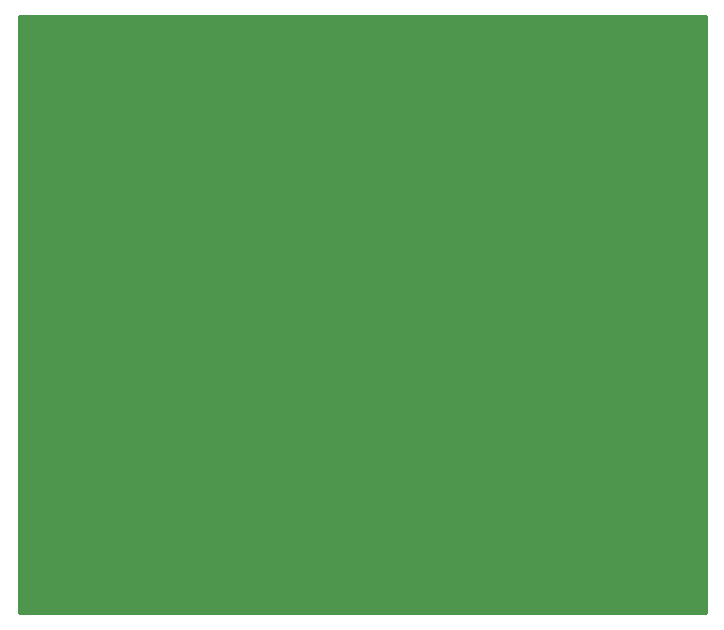
<source format=gbr>
%TF.GenerationSoftware,KiCad,Pcbnew,(5.1.10)-1*%
%TF.CreationDate,2021-09-20T09:52:30-07:00*%
%TF.ProjectId,BumbasiRylan_ElectronicSpeedController,42756d62-6173-4695-9279-6c616e5f456c,rev?*%
%TF.SameCoordinates,Original*%
%TF.FileFunction,Profile,NP*%
%FSLAX46Y46*%
G04 Gerber Fmt 4.6, Leading zero omitted, Abs format (unit mm)*
G04 Created by KiCad (PCBNEW (5.1.10)-1) date 2021-09-20 09:52:30*
%MOMM*%
%LPD*%
G01*
G04 APERTURE LIST*
%ADD10C,0.254000*%
%ADD11C,0.100000*%
G04 APERTURE END LIST*
D10*
X162433000Y-126873000D02*
X104267000Y-126873000D01*
X104267000Y-76327000D01*
X162433000Y-76327000D01*
X162433000Y-126873000D01*
D11*
G36*
X162433000Y-126873000D02*
G01*
X104267000Y-126873000D01*
X104267000Y-76327000D01*
X162433000Y-76327000D01*
X162433000Y-126873000D01*
G37*
M02*

</source>
